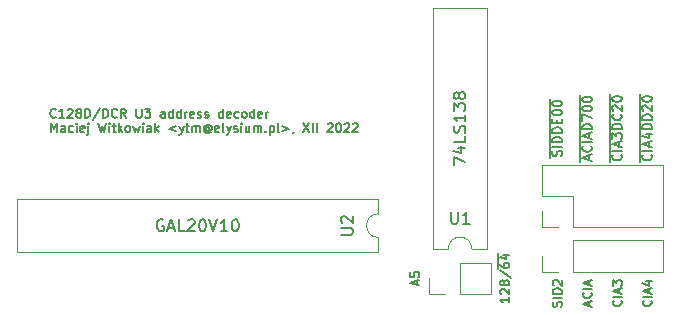
<source format=gto>
G04 #@! TF.GenerationSoftware,KiCad,Pcbnew,(6.0.5)*
G04 #@! TF.CreationDate,2022-12-14T22:41:45+01:00*
G04 #@! TF.ProjectId,c128-u3-gal,63313238-2d75-4332-9d67-616c2e6b6963,1*
G04 #@! TF.SameCoordinates,Original*
G04 #@! TF.FileFunction,Legend,Top*
G04 #@! TF.FilePolarity,Positive*
%FSLAX46Y46*%
G04 Gerber Fmt 4.6, Leading zero omitted, Abs format (unit mm)*
G04 Created by KiCad (PCBNEW (6.0.5)) date 2022-12-14 22:41:45*
%MOMM*%
%LPD*%
G01*
G04 APERTURE LIST*
%ADD10C,0.150000*%
%ADD11C,0.120000*%
%ADD12R,1.700000X1.700000*%
%ADD13O,1.700000X1.700000*%
%ADD14R,2.400000X1.600000*%
%ADD15O,2.400000X1.600000*%
%ADD16R,1.600000X2.400000*%
%ADD17O,1.600000X2.400000*%
G04 APERTURE END LIST*
D10*
X123259642Y-93009107D02*
X123223928Y-93044821D01*
X123116785Y-93080535D01*
X123045357Y-93080535D01*
X122938214Y-93044821D01*
X122866785Y-92973392D01*
X122831071Y-92901964D01*
X122795357Y-92759107D01*
X122795357Y-92651964D01*
X122831071Y-92509107D01*
X122866785Y-92437678D01*
X122938214Y-92366250D01*
X123045357Y-92330535D01*
X123116785Y-92330535D01*
X123223928Y-92366250D01*
X123259642Y-92401964D01*
X123973928Y-93080535D02*
X123545357Y-93080535D01*
X123759642Y-93080535D02*
X123759642Y-92330535D01*
X123688214Y-92437678D01*
X123616785Y-92509107D01*
X123545357Y-92544821D01*
X124259642Y-92401964D02*
X124295357Y-92366250D01*
X124366785Y-92330535D01*
X124545357Y-92330535D01*
X124616785Y-92366250D01*
X124652500Y-92401964D01*
X124688214Y-92473392D01*
X124688214Y-92544821D01*
X124652500Y-92651964D01*
X124223928Y-93080535D01*
X124688214Y-93080535D01*
X125116785Y-92651964D02*
X125045357Y-92616250D01*
X125009642Y-92580535D01*
X124973928Y-92509107D01*
X124973928Y-92473392D01*
X125009642Y-92401964D01*
X125045357Y-92366250D01*
X125116785Y-92330535D01*
X125259642Y-92330535D01*
X125331071Y-92366250D01*
X125366785Y-92401964D01*
X125402500Y-92473392D01*
X125402500Y-92509107D01*
X125366785Y-92580535D01*
X125331071Y-92616250D01*
X125259642Y-92651964D01*
X125116785Y-92651964D01*
X125045357Y-92687678D01*
X125009642Y-92723392D01*
X124973928Y-92794821D01*
X124973928Y-92937678D01*
X125009642Y-93009107D01*
X125045357Y-93044821D01*
X125116785Y-93080535D01*
X125259642Y-93080535D01*
X125331071Y-93044821D01*
X125366785Y-93009107D01*
X125402500Y-92937678D01*
X125402500Y-92794821D01*
X125366785Y-92723392D01*
X125331071Y-92687678D01*
X125259642Y-92651964D01*
X125723928Y-93080535D02*
X125723928Y-92330535D01*
X125902500Y-92330535D01*
X126009642Y-92366250D01*
X126081071Y-92437678D01*
X126116785Y-92509107D01*
X126152500Y-92651964D01*
X126152500Y-92759107D01*
X126116785Y-92901964D01*
X126081071Y-92973392D01*
X126009642Y-93044821D01*
X125902500Y-93080535D01*
X125723928Y-93080535D01*
X127009642Y-92294821D02*
X126366785Y-93259107D01*
X127259642Y-93080535D02*
X127259642Y-92330535D01*
X127438214Y-92330535D01*
X127545357Y-92366250D01*
X127616785Y-92437678D01*
X127652500Y-92509107D01*
X127688214Y-92651964D01*
X127688214Y-92759107D01*
X127652500Y-92901964D01*
X127616785Y-92973392D01*
X127545357Y-93044821D01*
X127438214Y-93080535D01*
X127259642Y-93080535D01*
X128438214Y-93009107D02*
X128402500Y-93044821D01*
X128295357Y-93080535D01*
X128223928Y-93080535D01*
X128116785Y-93044821D01*
X128045357Y-92973392D01*
X128009642Y-92901964D01*
X127973928Y-92759107D01*
X127973928Y-92651964D01*
X128009642Y-92509107D01*
X128045357Y-92437678D01*
X128116785Y-92366250D01*
X128223928Y-92330535D01*
X128295357Y-92330535D01*
X128402500Y-92366250D01*
X128438214Y-92401964D01*
X129188214Y-93080535D02*
X128938214Y-92723392D01*
X128759642Y-93080535D02*
X128759642Y-92330535D01*
X129045357Y-92330535D01*
X129116785Y-92366250D01*
X129152500Y-92401964D01*
X129188214Y-92473392D01*
X129188214Y-92580535D01*
X129152500Y-92651964D01*
X129116785Y-92687678D01*
X129045357Y-92723392D01*
X128759642Y-92723392D01*
X130081071Y-92330535D02*
X130081071Y-92937678D01*
X130116785Y-93009107D01*
X130152500Y-93044821D01*
X130223928Y-93080535D01*
X130366785Y-93080535D01*
X130438214Y-93044821D01*
X130473928Y-93009107D01*
X130509642Y-92937678D01*
X130509642Y-92330535D01*
X130795357Y-92330535D02*
X131259642Y-92330535D01*
X131009642Y-92616250D01*
X131116785Y-92616250D01*
X131188214Y-92651964D01*
X131223928Y-92687678D01*
X131259642Y-92759107D01*
X131259642Y-92937678D01*
X131223928Y-93009107D01*
X131188214Y-93044821D01*
X131116785Y-93080535D01*
X130902500Y-93080535D01*
X130831071Y-93044821D01*
X130795357Y-93009107D01*
X132473928Y-93080535D02*
X132473928Y-92687678D01*
X132438214Y-92616250D01*
X132366785Y-92580535D01*
X132223928Y-92580535D01*
X132152500Y-92616250D01*
X132473928Y-93044821D02*
X132402500Y-93080535D01*
X132223928Y-93080535D01*
X132152500Y-93044821D01*
X132116785Y-92973392D01*
X132116785Y-92901964D01*
X132152500Y-92830535D01*
X132223928Y-92794821D01*
X132402500Y-92794821D01*
X132473928Y-92759107D01*
X133152500Y-93080535D02*
X133152500Y-92330535D01*
X133152500Y-93044821D02*
X133081071Y-93080535D01*
X132938214Y-93080535D01*
X132866785Y-93044821D01*
X132831071Y-93009107D01*
X132795357Y-92937678D01*
X132795357Y-92723392D01*
X132831071Y-92651964D01*
X132866785Y-92616250D01*
X132938214Y-92580535D01*
X133081071Y-92580535D01*
X133152500Y-92616250D01*
X133831071Y-93080535D02*
X133831071Y-92330535D01*
X133831071Y-93044821D02*
X133759642Y-93080535D01*
X133616785Y-93080535D01*
X133545357Y-93044821D01*
X133509642Y-93009107D01*
X133473928Y-92937678D01*
X133473928Y-92723392D01*
X133509642Y-92651964D01*
X133545357Y-92616250D01*
X133616785Y-92580535D01*
X133759642Y-92580535D01*
X133831071Y-92616250D01*
X134188214Y-93080535D02*
X134188214Y-92580535D01*
X134188214Y-92723392D02*
X134223928Y-92651964D01*
X134259642Y-92616250D01*
X134331071Y-92580535D01*
X134402500Y-92580535D01*
X134938214Y-93044821D02*
X134866785Y-93080535D01*
X134723928Y-93080535D01*
X134652500Y-93044821D01*
X134616785Y-92973392D01*
X134616785Y-92687678D01*
X134652500Y-92616250D01*
X134723928Y-92580535D01*
X134866785Y-92580535D01*
X134938214Y-92616250D01*
X134973928Y-92687678D01*
X134973928Y-92759107D01*
X134616785Y-92830535D01*
X135259642Y-93044821D02*
X135331071Y-93080535D01*
X135473928Y-93080535D01*
X135545357Y-93044821D01*
X135581071Y-92973392D01*
X135581071Y-92937678D01*
X135545357Y-92866250D01*
X135473928Y-92830535D01*
X135366785Y-92830535D01*
X135295357Y-92794821D01*
X135259642Y-92723392D01*
X135259642Y-92687678D01*
X135295357Y-92616250D01*
X135366785Y-92580535D01*
X135473928Y-92580535D01*
X135545357Y-92616250D01*
X135866785Y-93044821D02*
X135938214Y-93080535D01*
X136081071Y-93080535D01*
X136152500Y-93044821D01*
X136188214Y-92973392D01*
X136188214Y-92937678D01*
X136152500Y-92866250D01*
X136081071Y-92830535D01*
X135973928Y-92830535D01*
X135902500Y-92794821D01*
X135866785Y-92723392D01*
X135866785Y-92687678D01*
X135902500Y-92616250D01*
X135973928Y-92580535D01*
X136081071Y-92580535D01*
X136152500Y-92616250D01*
X137402500Y-93080535D02*
X137402500Y-92330535D01*
X137402500Y-93044821D02*
X137331071Y-93080535D01*
X137188214Y-93080535D01*
X137116785Y-93044821D01*
X137081071Y-93009107D01*
X137045357Y-92937678D01*
X137045357Y-92723392D01*
X137081071Y-92651964D01*
X137116785Y-92616250D01*
X137188214Y-92580535D01*
X137331071Y-92580535D01*
X137402500Y-92616250D01*
X138045357Y-93044821D02*
X137973928Y-93080535D01*
X137831071Y-93080535D01*
X137759642Y-93044821D01*
X137723928Y-92973392D01*
X137723928Y-92687678D01*
X137759642Y-92616250D01*
X137831071Y-92580535D01*
X137973928Y-92580535D01*
X138045357Y-92616250D01*
X138081071Y-92687678D01*
X138081071Y-92759107D01*
X137723928Y-92830535D01*
X138723928Y-93044821D02*
X138652500Y-93080535D01*
X138509642Y-93080535D01*
X138438214Y-93044821D01*
X138402500Y-93009107D01*
X138366785Y-92937678D01*
X138366785Y-92723392D01*
X138402500Y-92651964D01*
X138438214Y-92616250D01*
X138509642Y-92580535D01*
X138652500Y-92580535D01*
X138723928Y-92616250D01*
X139152500Y-93080535D02*
X139081071Y-93044821D01*
X139045357Y-93009107D01*
X139009642Y-92937678D01*
X139009642Y-92723392D01*
X139045357Y-92651964D01*
X139081071Y-92616250D01*
X139152500Y-92580535D01*
X139259642Y-92580535D01*
X139331071Y-92616250D01*
X139366785Y-92651964D01*
X139402500Y-92723392D01*
X139402500Y-92937678D01*
X139366785Y-93009107D01*
X139331071Y-93044821D01*
X139259642Y-93080535D01*
X139152500Y-93080535D01*
X140045357Y-93080535D02*
X140045357Y-92330535D01*
X140045357Y-93044821D02*
X139973928Y-93080535D01*
X139831071Y-93080535D01*
X139759642Y-93044821D01*
X139723928Y-93009107D01*
X139688214Y-92937678D01*
X139688214Y-92723392D01*
X139723928Y-92651964D01*
X139759642Y-92616250D01*
X139831071Y-92580535D01*
X139973928Y-92580535D01*
X140045357Y-92616250D01*
X140688214Y-93044821D02*
X140616785Y-93080535D01*
X140473928Y-93080535D01*
X140402500Y-93044821D01*
X140366785Y-92973392D01*
X140366785Y-92687678D01*
X140402500Y-92616250D01*
X140473928Y-92580535D01*
X140616785Y-92580535D01*
X140688214Y-92616250D01*
X140723928Y-92687678D01*
X140723928Y-92759107D01*
X140366785Y-92830535D01*
X141045357Y-93080535D02*
X141045357Y-92580535D01*
X141045357Y-92723392D02*
X141081071Y-92651964D01*
X141116785Y-92616250D01*
X141188214Y-92580535D01*
X141259642Y-92580535D01*
X122831071Y-94288035D02*
X122831071Y-93538035D01*
X123081071Y-94073750D01*
X123331071Y-93538035D01*
X123331071Y-94288035D01*
X124009642Y-94288035D02*
X124009642Y-93895178D01*
X123973928Y-93823750D01*
X123902500Y-93788035D01*
X123759642Y-93788035D01*
X123688214Y-93823750D01*
X124009642Y-94252321D02*
X123938214Y-94288035D01*
X123759642Y-94288035D01*
X123688214Y-94252321D01*
X123652500Y-94180892D01*
X123652500Y-94109464D01*
X123688214Y-94038035D01*
X123759642Y-94002321D01*
X123938214Y-94002321D01*
X124009642Y-93966607D01*
X124688214Y-94252321D02*
X124616785Y-94288035D01*
X124473928Y-94288035D01*
X124402500Y-94252321D01*
X124366785Y-94216607D01*
X124331071Y-94145178D01*
X124331071Y-93930892D01*
X124366785Y-93859464D01*
X124402500Y-93823750D01*
X124473928Y-93788035D01*
X124616785Y-93788035D01*
X124688214Y-93823750D01*
X125009642Y-94288035D02*
X125009642Y-93788035D01*
X125009642Y-93538035D02*
X124973928Y-93573750D01*
X125009642Y-93609464D01*
X125045357Y-93573750D01*
X125009642Y-93538035D01*
X125009642Y-93609464D01*
X125652500Y-94252321D02*
X125581071Y-94288035D01*
X125438214Y-94288035D01*
X125366785Y-94252321D01*
X125331071Y-94180892D01*
X125331071Y-93895178D01*
X125366785Y-93823750D01*
X125438214Y-93788035D01*
X125581071Y-93788035D01*
X125652500Y-93823750D01*
X125688214Y-93895178D01*
X125688214Y-93966607D01*
X125331071Y-94038035D01*
X126009642Y-93788035D02*
X126009642Y-94430892D01*
X125973928Y-94502321D01*
X125902500Y-94538035D01*
X125866785Y-94538035D01*
X126009642Y-93538035D02*
X125973928Y-93573750D01*
X126009642Y-93609464D01*
X126045357Y-93573750D01*
X126009642Y-93538035D01*
X126009642Y-93609464D01*
X126866785Y-93538035D02*
X127045357Y-94288035D01*
X127188214Y-93752321D01*
X127331071Y-94288035D01*
X127509642Y-93538035D01*
X127795357Y-94288035D02*
X127795357Y-93788035D01*
X127795357Y-93538035D02*
X127759642Y-93573750D01*
X127795357Y-93609464D01*
X127831071Y-93573750D01*
X127795357Y-93538035D01*
X127795357Y-93609464D01*
X128045357Y-93788035D02*
X128331071Y-93788035D01*
X128152500Y-93538035D02*
X128152500Y-94180892D01*
X128188214Y-94252321D01*
X128259642Y-94288035D01*
X128331071Y-94288035D01*
X128581071Y-94288035D02*
X128581071Y-93538035D01*
X128652500Y-94002321D02*
X128866785Y-94288035D01*
X128866785Y-93788035D02*
X128581071Y-94073750D01*
X129295357Y-94288035D02*
X129223928Y-94252321D01*
X129188214Y-94216607D01*
X129152500Y-94145178D01*
X129152500Y-93930892D01*
X129188214Y-93859464D01*
X129223928Y-93823750D01*
X129295357Y-93788035D01*
X129402500Y-93788035D01*
X129473928Y-93823750D01*
X129509642Y-93859464D01*
X129545357Y-93930892D01*
X129545357Y-94145178D01*
X129509642Y-94216607D01*
X129473928Y-94252321D01*
X129402500Y-94288035D01*
X129295357Y-94288035D01*
X129795357Y-93788035D02*
X129938214Y-94288035D01*
X130081071Y-93930892D01*
X130223928Y-94288035D01*
X130366785Y-93788035D01*
X130652500Y-94288035D02*
X130652500Y-93788035D01*
X130652500Y-93538035D02*
X130616785Y-93573750D01*
X130652500Y-93609464D01*
X130688214Y-93573750D01*
X130652500Y-93538035D01*
X130652500Y-93609464D01*
X131331071Y-94288035D02*
X131331071Y-93895178D01*
X131295357Y-93823750D01*
X131223928Y-93788035D01*
X131081071Y-93788035D01*
X131009642Y-93823750D01*
X131331071Y-94252321D02*
X131259642Y-94288035D01*
X131081071Y-94288035D01*
X131009642Y-94252321D01*
X130973928Y-94180892D01*
X130973928Y-94109464D01*
X131009642Y-94038035D01*
X131081071Y-94002321D01*
X131259642Y-94002321D01*
X131331071Y-93966607D01*
X131688214Y-94288035D02*
X131688214Y-93538035D01*
X131759642Y-94002321D02*
X131973928Y-94288035D01*
X131973928Y-93788035D02*
X131688214Y-94073750D01*
X133438214Y-93788035D02*
X132866785Y-94002321D01*
X133438214Y-94216607D01*
X133723928Y-93788035D02*
X133902500Y-94288035D01*
X134081071Y-93788035D02*
X133902500Y-94288035D01*
X133831071Y-94466607D01*
X133795357Y-94502321D01*
X133723928Y-94538035D01*
X134259642Y-93788035D02*
X134545357Y-93788035D01*
X134366785Y-93538035D02*
X134366785Y-94180892D01*
X134402500Y-94252321D01*
X134473928Y-94288035D01*
X134545357Y-94288035D01*
X134795357Y-94288035D02*
X134795357Y-93788035D01*
X134795357Y-93859464D02*
X134831071Y-93823750D01*
X134902500Y-93788035D01*
X135009642Y-93788035D01*
X135081071Y-93823750D01*
X135116785Y-93895178D01*
X135116785Y-94288035D01*
X135116785Y-93895178D02*
X135152500Y-93823750D01*
X135223928Y-93788035D01*
X135331071Y-93788035D01*
X135402500Y-93823750D01*
X135438214Y-93895178D01*
X135438214Y-94288035D01*
X136259642Y-93930892D02*
X136223928Y-93895178D01*
X136152500Y-93859464D01*
X136081071Y-93859464D01*
X136009642Y-93895178D01*
X135973928Y-93930892D01*
X135938214Y-94002321D01*
X135938214Y-94073750D01*
X135973928Y-94145178D01*
X136009642Y-94180892D01*
X136081071Y-94216607D01*
X136152500Y-94216607D01*
X136223928Y-94180892D01*
X136259642Y-94145178D01*
X136259642Y-93859464D02*
X136259642Y-94145178D01*
X136295357Y-94180892D01*
X136331071Y-94180892D01*
X136402500Y-94145178D01*
X136438214Y-94073750D01*
X136438214Y-93895178D01*
X136366785Y-93788035D01*
X136259642Y-93716607D01*
X136116785Y-93680892D01*
X135973928Y-93716607D01*
X135866785Y-93788035D01*
X135795357Y-93895178D01*
X135759642Y-94038035D01*
X135795357Y-94180892D01*
X135866785Y-94288035D01*
X135973928Y-94359464D01*
X136116785Y-94395178D01*
X136259642Y-94359464D01*
X136366785Y-94288035D01*
X137045357Y-94252321D02*
X136973928Y-94288035D01*
X136831071Y-94288035D01*
X136759642Y-94252321D01*
X136723928Y-94180892D01*
X136723928Y-93895178D01*
X136759642Y-93823750D01*
X136831071Y-93788035D01*
X136973928Y-93788035D01*
X137045357Y-93823750D01*
X137081071Y-93895178D01*
X137081071Y-93966607D01*
X136723928Y-94038035D01*
X137509642Y-94288035D02*
X137438214Y-94252321D01*
X137402500Y-94180892D01*
X137402500Y-93538035D01*
X137723928Y-93788035D02*
X137902500Y-94288035D01*
X138081071Y-93788035D02*
X137902500Y-94288035D01*
X137831071Y-94466607D01*
X137795357Y-94502321D01*
X137723928Y-94538035D01*
X138331071Y-94252321D02*
X138402500Y-94288035D01*
X138545357Y-94288035D01*
X138616785Y-94252321D01*
X138652500Y-94180892D01*
X138652500Y-94145178D01*
X138616785Y-94073750D01*
X138545357Y-94038035D01*
X138438214Y-94038035D01*
X138366785Y-94002321D01*
X138331071Y-93930892D01*
X138331071Y-93895178D01*
X138366785Y-93823750D01*
X138438214Y-93788035D01*
X138545357Y-93788035D01*
X138616785Y-93823750D01*
X138973928Y-94288035D02*
X138973928Y-93788035D01*
X138973928Y-93538035D02*
X138938214Y-93573750D01*
X138973928Y-93609464D01*
X139009642Y-93573750D01*
X138973928Y-93538035D01*
X138973928Y-93609464D01*
X139652500Y-93788035D02*
X139652500Y-94288035D01*
X139331071Y-93788035D02*
X139331071Y-94180892D01*
X139366785Y-94252321D01*
X139438214Y-94288035D01*
X139545357Y-94288035D01*
X139616785Y-94252321D01*
X139652500Y-94216607D01*
X140009642Y-94288035D02*
X140009642Y-93788035D01*
X140009642Y-93859464D02*
X140045357Y-93823750D01*
X140116785Y-93788035D01*
X140223928Y-93788035D01*
X140295357Y-93823750D01*
X140331071Y-93895178D01*
X140331071Y-94288035D01*
X140331071Y-93895178D02*
X140366785Y-93823750D01*
X140438214Y-93788035D01*
X140545357Y-93788035D01*
X140616785Y-93823750D01*
X140652500Y-93895178D01*
X140652500Y-94288035D01*
X141009642Y-94216607D02*
X141045357Y-94252321D01*
X141009642Y-94288035D01*
X140973928Y-94252321D01*
X141009642Y-94216607D01*
X141009642Y-94288035D01*
X141366785Y-93788035D02*
X141366785Y-94538035D01*
X141366785Y-93823750D02*
X141438214Y-93788035D01*
X141581071Y-93788035D01*
X141652500Y-93823750D01*
X141688214Y-93859464D01*
X141723928Y-93930892D01*
X141723928Y-94145178D01*
X141688214Y-94216607D01*
X141652500Y-94252321D01*
X141581071Y-94288035D01*
X141438214Y-94288035D01*
X141366785Y-94252321D01*
X142152500Y-94288035D02*
X142081071Y-94252321D01*
X142045357Y-94180892D01*
X142045357Y-93538035D01*
X142438214Y-93788035D02*
X143009642Y-94002321D01*
X142438214Y-94216607D01*
X143402500Y-94252321D02*
X143402500Y-94288035D01*
X143366785Y-94359464D01*
X143331071Y-94395178D01*
X144223928Y-93538035D02*
X144723928Y-94288035D01*
X144723928Y-93538035D02*
X144223928Y-94288035D01*
X145009642Y-94288035D02*
X145009642Y-93538035D01*
X145366785Y-94288035D02*
X145366785Y-93538035D01*
X146259642Y-93609464D02*
X146295357Y-93573750D01*
X146366785Y-93538035D01*
X146545357Y-93538035D01*
X146616785Y-93573750D01*
X146652500Y-93609464D01*
X146688214Y-93680892D01*
X146688214Y-93752321D01*
X146652500Y-93859464D01*
X146223928Y-94288035D01*
X146688214Y-94288035D01*
X147152500Y-93538035D02*
X147223928Y-93538035D01*
X147295357Y-93573750D01*
X147331071Y-93609464D01*
X147366785Y-93680892D01*
X147402500Y-93823750D01*
X147402500Y-94002321D01*
X147366785Y-94145178D01*
X147331071Y-94216607D01*
X147295357Y-94252321D01*
X147223928Y-94288035D01*
X147152500Y-94288035D01*
X147081071Y-94252321D01*
X147045357Y-94216607D01*
X147009642Y-94145178D01*
X146973928Y-94002321D01*
X146973928Y-93823750D01*
X147009642Y-93680892D01*
X147045357Y-93609464D01*
X147081071Y-93573750D01*
X147152500Y-93538035D01*
X147688214Y-93609464D02*
X147723928Y-93573750D01*
X147795357Y-93538035D01*
X147973928Y-93538035D01*
X148045357Y-93573750D01*
X148081071Y-93609464D01*
X148116785Y-93680892D01*
X148116785Y-93752321D01*
X148081071Y-93859464D01*
X147652500Y-94288035D01*
X148116785Y-94288035D01*
X148402500Y-93609464D02*
X148438214Y-93573750D01*
X148509642Y-93538035D01*
X148688214Y-93538035D01*
X148759642Y-93573750D01*
X148795357Y-93609464D01*
X148831071Y-93680892D01*
X148831071Y-93752321D01*
X148795357Y-93859464D01*
X148366785Y-94288035D01*
X148831071Y-94288035D01*
X171082857Y-108575000D02*
X171118571Y-108610714D01*
X171154285Y-108717857D01*
X171154285Y-108789285D01*
X171118571Y-108896428D01*
X171047142Y-108967857D01*
X170975714Y-109003571D01*
X170832857Y-109039285D01*
X170725714Y-109039285D01*
X170582857Y-109003571D01*
X170511428Y-108967857D01*
X170440000Y-108896428D01*
X170404285Y-108789285D01*
X170404285Y-108717857D01*
X170440000Y-108610714D01*
X170475714Y-108575000D01*
X171154285Y-108253571D02*
X170404285Y-108253571D01*
X170940000Y-107932142D02*
X170940000Y-107575000D01*
X171154285Y-108003571D02*
X170404285Y-107753571D01*
X171154285Y-107503571D01*
X170404285Y-107325000D02*
X170404285Y-106860714D01*
X170690000Y-107110714D01*
X170690000Y-107003571D01*
X170725714Y-106932142D01*
X170761428Y-106896428D01*
X170832857Y-106860714D01*
X171011428Y-106860714D01*
X171082857Y-106896428D01*
X171118571Y-106932142D01*
X171154285Y-107003571D01*
X171154285Y-107217857D01*
X171118571Y-107289285D01*
X171082857Y-107325000D01*
X170151000Y-96856190D02*
X170151000Y-96056190D01*
X171100714Y-96208571D02*
X171138809Y-96246666D01*
X171176904Y-96360952D01*
X171176904Y-96437142D01*
X171138809Y-96551428D01*
X171062619Y-96627619D01*
X170986428Y-96665714D01*
X170834047Y-96703809D01*
X170719761Y-96703809D01*
X170567380Y-96665714D01*
X170491190Y-96627619D01*
X170415000Y-96551428D01*
X170376904Y-96437142D01*
X170376904Y-96360952D01*
X170415000Y-96246666D01*
X170453095Y-96208571D01*
X170151000Y-96056190D02*
X170151000Y-95675238D01*
X171176904Y-95865714D02*
X170376904Y-95865714D01*
X170151000Y-95675238D02*
X170151000Y-94989523D01*
X170948333Y-95522857D02*
X170948333Y-95141904D01*
X171176904Y-95599047D02*
X170376904Y-95332380D01*
X171176904Y-95065714D01*
X170151000Y-94989523D02*
X170151000Y-94227619D01*
X170376904Y-94875238D02*
X170376904Y-94380000D01*
X170681666Y-94646666D01*
X170681666Y-94532380D01*
X170719761Y-94456190D01*
X170757857Y-94418095D01*
X170834047Y-94380000D01*
X171024523Y-94380000D01*
X171100714Y-94418095D01*
X171138809Y-94456190D01*
X171176904Y-94532380D01*
X171176904Y-94760952D01*
X171138809Y-94837142D01*
X171100714Y-94875238D01*
X170151000Y-94227619D02*
X170151000Y-93427619D01*
X171176904Y-94037142D02*
X170376904Y-94037142D01*
X170376904Y-93846666D01*
X170415000Y-93732380D01*
X170491190Y-93656190D01*
X170567380Y-93618095D01*
X170719761Y-93580000D01*
X170834047Y-93580000D01*
X170986428Y-93618095D01*
X171062619Y-93656190D01*
X171138809Y-93732380D01*
X171176904Y-93846666D01*
X171176904Y-94037142D01*
X170151000Y-93427619D02*
X170151000Y-92627619D01*
X171100714Y-92780000D02*
X171138809Y-92818095D01*
X171176904Y-92932380D01*
X171176904Y-93008571D01*
X171138809Y-93122857D01*
X171062619Y-93199047D01*
X170986428Y-93237142D01*
X170834047Y-93275238D01*
X170719761Y-93275238D01*
X170567380Y-93237142D01*
X170491190Y-93199047D01*
X170415000Y-93122857D01*
X170376904Y-93008571D01*
X170376904Y-92932380D01*
X170415000Y-92818095D01*
X170453095Y-92780000D01*
X170151000Y-92627619D02*
X170151000Y-91865714D01*
X170453095Y-92475238D02*
X170415000Y-92437142D01*
X170376904Y-92360952D01*
X170376904Y-92170476D01*
X170415000Y-92094285D01*
X170453095Y-92056190D01*
X170529285Y-92018095D01*
X170605476Y-92018095D01*
X170719761Y-92056190D01*
X171176904Y-92513333D01*
X171176904Y-92018095D01*
X170151000Y-91865714D02*
X170151000Y-91103809D01*
X170376904Y-91522857D02*
X170376904Y-91446666D01*
X170415000Y-91370476D01*
X170453095Y-91332380D01*
X170529285Y-91294285D01*
X170681666Y-91256190D01*
X170872142Y-91256190D01*
X171024523Y-91294285D01*
X171100714Y-91332380D01*
X171138809Y-91370476D01*
X171176904Y-91446666D01*
X171176904Y-91522857D01*
X171138809Y-91599047D01*
X171100714Y-91637142D01*
X171024523Y-91675238D01*
X170872142Y-91713333D01*
X170681666Y-91713333D01*
X170529285Y-91675238D01*
X170453095Y-91637142D01*
X170415000Y-91599047D01*
X170376904Y-91522857D01*
X167611000Y-96799047D02*
X167611000Y-96113333D01*
X168408333Y-96646666D02*
X168408333Y-96265714D01*
X168636904Y-96722857D02*
X167836904Y-96456190D01*
X168636904Y-96189523D01*
X167611000Y-96113333D02*
X167611000Y-95313333D01*
X168560714Y-95465714D02*
X168598809Y-95503809D01*
X168636904Y-95618095D01*
X168636904Y-95694285D01*
X168598809Y-95808571D01*
X168522619Y-95884761D01*
X168446428Y-95922857D01*
X168294047Y-95960952D01*
X168179761Y-95960952D01*
X168027380Y-95922857D01*
X167951190Y-95884761D01*
X167875000Y-95808571D01*
X167836904Y-95694285D01*
X167836904Y-95618095D01*
X167875000Y-95503809D01*
X167913095Y-95465714D01*
X167611000Y-95313333D02*
X167611000Y-94932380D01*
X168636904Y-95122857D02*
X167836904Y-95122857D01*
X167611000Y-94932380D02*
X167611000Y-94246666D01*
X168408333Y-94780000D02*
X168408333Y-94399047D01*
X168636904Y-94856190D02*
X167836904Y-94589523D01*
X168636904Y-94322857D01*
X167611000Y-94246666D02*
X167611000Y-93446666D01*
X168636904Y-94056190D02*
X167836904Y-94056190D01*
X167836904Y-93865714D01*
X167875000Y-93751428D01*
X167951190Y-93675238D01*
X168027380Y-93637142D01*
X168179761Y-93599047D01*
X168294047Y-93599047D01*
X168446428Y-93637142D01*
X168522619Y-93675238D01*
X168598809Y-93751428D01*
X168636904Y-93865714D01*
X168636904Y-94056190D01*
X167611000Y-93446666D02*
X167611000Y-92684761D01*
X167836904Y-93332380D02*
X167836904Y-92799047D01*
X168636904Y-93141904D01*
X167611000Y-92684761D02*
X167611000Y-91922857D01*
X167836904Y-92341904D02*
X167836904Y-92265714D01*
X167875000Y-92189523D01*
X167913095Y-92151428D01*
X167989285Y-92113333D01*
X168141666Y-92075238D01*
X168332142Y-92075238D01*
X168484523Y-92113333D01*
X168560714Y-92151428D01*
X168598809Y-92189523D01*
X168636904Y-92265714D01*
X168636904Y-92341904D01*
X168598809Y-92418095D01*
X168560714Y-92456190D01*
X168484523Y-92494285D01*
X168332142Y-92532380D01*
X168141666Y-92532380D01*
X167989285Y-92494285D01*
X167913095Y-92456190D01*
X167875000Y-92418095D01*
X167836904Y-92341904D01*
X167611000Y-91922857D02*
X167611000Y-91160952D01*
X167836904Y-91580000D02*
X167836904Y-91503809D01*
X167875000Y-91427619D01*
X167913095Y-91389523D01*
X167989285Y-91351428D01*
X168141666Y-91313333D01*
X168332142Y-91313333D01*
X168484523Y-91351428D01*
X168560714Y-91389523D01*
X168598809Y-91427619D01*
X168636904Y-91503809D01*
X168636904Y-91580000D01*
X168598809Y-91656190D01*
X168560714Y-91694285D01*
X168484523Y-91732380D01*
X168332142Y-91770476D01*
X168141666Y-91770476D01*
X167989285Y-91732380D01*
X167913095Y-91694285D01*
X167875000Y-91656190D01*
X167836904Y-91580000D01*
X173622857Y-108575000D02*
X173658571Y-108610714D01*
X173694285Y-108717857D01*
X173694285Y-108789285D01*
X173658571Y-108896428D01*
X173587142Y-108967857D01*
X173515714Y-109003571D01*
X173372857Y-109039285D01*
X173265714Y-109039285D01*
X173122857Y-109003571D01*
X173051428Y-108967857D01*
X172980000Y-108896428D01*
X172944285Y-108789285D01*
X172944285Y-108717857D01*
X172980000Y-108610714D01*
X173015714Y-108575000D01*
X173694285Y-108253571D02*
X172944285Y-108253571D01*
X173480000Y-107932142D02*
X173480000Y-107575000D01*
X173694285Y-108003571D02*
X172944285Y-107753571D01*
X173694285Y-107503571D01*
X173194285Y-106932142D02*
X173694285Y-106932142D01*
X172908571Y-107110714D02*
X173444285Y-107289285D01*
X173444285Y-106825000D01*
X172691000Y-96856190D02*
X172691000Y-96056190D01*
X173640714Y-96208571D02*
X173678809Y-96246666D01*
X173716904Y-96360952D01*
X173716904Y-96437142D01*
X173678809Y-96551428D01*
X173602619Y-96627619D01*
X173526428Y-96665714D01*
X173374047Y-96703809D01*
X173259761Y-96703809D01*
X173107380Y-96665714D01*
X173031190Y-96627619D01*
X172955000Y-96551428D01*
X172916904Y-96437142D01*
X172916904Y-96360952D01*
X172955000Y-96246666D01*
X172993095Y-96208571D01*
X172691000Y-96056190D02*
X172691000Y-95675238D01*
X173716904Y-95865714D02*
X172916904Y-95865714D01*
X172691000Y-95675238D02*
X172691000Y-94989523D01*
X173488333Y-95522857D02*
X173488333Y-95141904D01*
X173716904Y-95599047D02*
X172916904Y-95332380D01*
X173716904Y-95065714D01*
X172691000Y-94989523D02*
X172691000Y-94227619D01*
X173183571Y-94456190D02*
X173716904Y-94456190D01*
X172878809Y-94646666D02*
X173450238Y-94837142D01*
X173450238Y-94341904D01*
X172691000Y-94227619D02*
X172691000Y-93427619D01*
X173716904Y-94037142D02*
X172916904Y-94037142D01*
X172916904Y-93846666D01*
X172955000Y-93732380D01*
X173031190Y-93656190D01*
X173107380Y-93618095D01*
X173259761Y-93580000D01*
X173374047Y-93580000D01*
X173526428Y-93618095D01*
X173602619Y-93656190D01*
X173678809Y-93732380D01*
X173716904Y-93846666D01*
X173716904Y-94037142D01*
X172691000Y-93427619D02*
X172691000Y-92627619D01*
X173716904Y-93237142D02*
X172916904Y-93237142D01*
X172916904Y-93046666D01*
X172955000Y-92932380D01*
X173031190Y-92856190D01*
X173107380Y-92818095D01*
X173259761Y-92780000D01*
X173374047Y-92780000D01*
X173526428Y-92818095D01*
X173602619Y-92856190D01*
X173678809Y-92932380D01*
X173716904Y-93046666D01*
X173716904Y-93237142D01*
X172691000Y-92627619D02*
X172691000Y-91865714D01*
X172993095Y-92475238D02*
X172955000Y-92437142D01*
X172916904Y-92360952D01*
X172916904Y-92170476D01*
X172955000Y-92094285D01*
X172993095Y-92056190D01*
X173069285Y-92018095D01*
X173145476Y-92018095D01*
X173259761Y-92056190D01*
X173716904Y-92513333D01*
X173716904Y-92018095D01*
X172691000Y-91865714D02*
X172691000Y-91103809D01*
X172916904Y-91522857D02*
X172916904Y-91446666D01*
X172955000Y-91370476D01*
X172993095Y-91332380D01*
X173069285Y-91294285D01*
X173221666Y-91256190D01*
X173412142Y-91256190D01*
X173564523Y-91294285D01*
X173640714Y-91332380D01*
X173678809Y-91370476D01*
X173716904Y-91446666D01*
X173716904Y-91522857D01*
X173678809Y-91599047D01*
X173640714Y-91637142D01*
X173564523Y-91675238D01*
X173412142Y-91713333D01*
X173221666Y-91713333D01*
X173069285Y-91675238D01*
X172993095Y-91637142D01*
X172955000Y-91599047D01*
X172916904Y-91522857D01*
X166038571Y-109075000D02*
X166074285Y-108967857D01*
X166074285Y-108789285D01*
X166038571Y-108717857D01*
X166002857Y-108682142D01*
X165931428Y-108646428D01*
X165860000Y-108646428D01*
X165788571Y-108682142D01*
X165752857Y-108717857D01*
X165717142Y-108789285D01*
X165681428Y-108932142D01*
X165645714Y-109003571D01*
X165610000Y-109039285D01*
X165538571Y-109075000D01*
X165467142Y-109075000D01*
X165395714Y-109039285D01*
X165360000Y-109003571D01*
X165324285Y-108932142D01*
X165324285Y-108753571D01*
X165360000Y-108646428D01*
X166074285Y-108325000D02*
X165324285Y-108325000D01*
X166074285Y-107967857D02*
X165324285Y-107967857D01*
X165324285Y-107789285D01*
X165360000Y-107682142D01*
X165431428Y-107610714D01*
X165502857Y-107575000D01*
X165645714Y-107539285D01*
X165752857Y-107539285D01*
X165895714Y-107575000D01*
X165967142Y-107610714D01*
X166038571Y-107682142D01*
X166074285Y-107789285D01*
X166074285Y-107967857D01*
X165395714Y-107253571D02*
X165360000Y-107217857D01*
X165324285Y-107146428D01*
X165324285Y-106967857D01*
X165360000Y-106896428D01*
X165395714Y-106860714D01*
X165467142Y-106825000D01*
X165538571Y-106825000D01*
X165645714Y-106860714D01*
X166074285Y-107289285D01*
X166074285Y-106825000D01*
X165071000Y-96475238D02*
X165071000Y-95713333D01*
X166058809Y-96322857D02*
X166096904Y-96208571D01*
X166096904Y-96018095D01*
X166058809Y-95941904D01*
X166020714Y-95903809D01*
X165944523Y-95865714D01*
X165868333Y-95865714D01*
X165792142Y-95903809D01*
X165754047Y-95941904D01*
X165715952Y-96018095D01*
X165677857Y-96170476D01*
X165639761Y-96246666D01*
X165601666Y-96284761D01*
X165525476Y-96322857D01*
X165449285Y-96322857D01*
X165373095Y-96284761D01*
X165335000Y-96246666D01*
X165296904Y-96170476D01*
X165296904Y-95980000D01*
X165335000Y-95865714D01*
X165071000Y-95713333D02*
X165071000Y-95332380D01*
X166096904Y-95522857D02*
X165296904Y-95522857D01*
X165071000Y-95332380D02*
X165071000Y-94532380D01*
X166096904Y-95141904D02*
X165296904Y-95141904D01*
X165296904Y-94951428D01*
X165335000Y-94837142D01*
X165411190Y-94760952D01*
X165487380Y-94722857D01*
X165639761Y-94684761D01*
X165754047Y-94684761D01*
X165906428Y-94722857D01*
X165982619Y-94760952D01*
X166058809Y-94837142D01*
X166096904Y-94951428D01*
X166096904Y-95141904D01*
X165071000Y-94532380D02*
X165071000Y-93732380D01*
X166096904Y-94341904D02*
X165296904Y-94341904D01*
X165296904Y-94151428D01*
X165335000Y-94037142D01*
X165411190Y-93960952D01*
X165487380Y-93922857D01*
X165639761Y-93884761D01*
X165754047Y-93884761D01*
X165906428Y-93922857D01*
X165982619Y-93960952D01*
X166058809Y-94037142D01*
X166096904Y-94151428D01*
X166096904Y-94341904D01*
X165071000Y-93732380D02*
X165071000Y-93008571D01*
X165677857Y-93541904D02*
X165677857Y-93275238D01*
X166096904Y-93160952D02*
X166096904Y-93541904D01*
X165296904Y-93541904D01*
X165296904Y-93160952D01*
X165071000Y-93008571D02*
X165071000Y-92246666D01*
X165296904Y-92665714D02*
X165296904Y-92589523D01*
X165335000Y-92513333D01*
X165373095Y-92475238D01*
X165449285Y-92437142D01*
X165601666Y-92399047D01*
X165792142Y-92399047D01*
X165944523Y-92437142D01*
X166020714Y-92475238D01*
X166058809Y-92513333D01*
X166096904Y-92589523D01*
X166096904Y-92665714D01*
X166058809Y-92741904D01*
X166020714Y-92780000D01*
X165944523Y-92818095D01*
X165792142Y-92856190D01*
X165601666Y-92856190D01*
X165449285Y-92818095D01*
X165373095Y-92780000D01*
X165335000Y-92741904D01*
X165296904Y-92665714D01*
X165071000Y-92246666D02*
X165071000Y-91484761D01*
X165296904Y-91903809D02*
X165296904Y-91827619D01*
X165335000Y-91751428D01*
X165373095Y-91713333D01*
X165449285Y-91675238D01*
X165601666Y-91637142D01*
X165792142Y-91637142D01*
X165944523Y-91675238D01*
X166020714Y-91713333D01*
X166058809Y-91751428D01*
X166096904Y-91827619D01*
X166096904Y-91903809D01*
X166058809Y-91980000D01*
X166020714Y-92018095D01*
X165944523Y-92056190D01*
X165792142Y-92094285D01*
X165601666Y-92094285D01*
X165449285Y-92056190D01*
X165373095Y-92018095D01*
X165335000Y-91980000D01*
X165296904Y-91903809D01*
X168400000Y-109003571D02*
X168400000Y-108646428D01*
X168614285Y-109075000D02*
X167864285Y-108825000D01*
X168614285Y-108575000D01*
X168542857Y-107896428D02*
X168578571Y-107932142D01*
X168614285Y-108039285D01*
X168614285Y-108110714D01*
X168578571Y-108217857D01*
X168507142Y-108289285D01*
X168435714Y-108325000D01*
X168292857Y-108360714D01*
X168185714Y-108360714D01*
X168042857Y-108325000D01*
X167971428Y-108289285D01*
X167900000Y-108217857D01*
X167864285Y-108110714D01*
X167864285Y-108039285D01*
X167900000Y-107932142D01*
X167935714Y-107896428D01*
X168614285Y-107575000D02*
X167864285Y-107575000D01*
X168400000Y-107253571D02*
X168400000Y-106896428D01*
X168614285Y-107325000D02*
X167864285Y-107075000D01*
X168614285Y-106825000D01*
X161629285Y-108287142D02*
X161629285Y-108715714D01*
X161629285Y-108501428D02*
X160879285Y-108501428D01*
X160986428Y-108572857D01*
X161057857Y-108644285D01*
X161093571Y-108715714D01*
X160950714Y-108001428D02*
X160915000Y-107965714D01*
X160879285Y-107894285D01*
X160879285Y-107715714D01*
X160915000Y-107644285D01*
X160950714Y-107608571D01*
X161022142Y-107572857D01*
X161093571Y-107572857D01*
X161200714Y-107608571D01*
X161629285Y-108037142D01*
X161629285Y-107572857D01*
X161200714Y-107144285D02*
X161165000Y-107215714D01*
X161129285Y-107251428D01*
X161057857Y-107287142D01*
X161022142Y-107287142D01*
X160950714Y-107251428D01*
X160915000Y-107215714D01*
X160879285Y-107144285D01*
X160879285Y-107001428D01*
X160915000Y-106930000D01*
X160950714Y-106894285D01*
X161022142Y-106858571D01*
X161057857Y-106858571D01*
X161129285Y-106894285D01*
X161165000Y-106930000D01*
X161200714Y-107001428D01*
X161200714Y-107144285D01*
X161236428Y-107215714D01*
X161272142Y-107251428D01*
X161343571Y-107287142D01*
X161486428Y-107287142D01*
X161557857Y-107251428D01*
X161593571Y-107215714D01*
X161629285Y-107144285D01*
X161629285Y-107001428D01*
X161593571Y-106930000D01*
X161557857Y-106894285D01*
X161486428Y-106858571D01*
X161343571Y-106858571D01*
X161272142Y-106894285D01*
X161236428Y-106930000D01*
X161200714Y-107001428D01*
X160843571Y-106001428D02*
X161807857Y-106644285D01*
X160667500Y-105930000D02*
X160667500Y-105215714D01*
X160879285Y-105430000D02*
X160879285Y-105572857D01*
X160915000Y-105644285D01*
X160950714Y-105680000D01*
X161057857Y-105751428D01*
X161200714Y-105787142D01*
X161486428Y-105787142D01*
X161557857Y-105751428D01*
X161593571Y-105715714D01*
X161629285Y-105644285D01*
X161629285Y-105501428D01*
X161593571Y-105430000D01*
X161557857Y-105394285D01*
X161486428Y-105358571D01*
X161307857Y-105358571D01*
X161236428Y-105394285D01*
X161200714Y-105430000D01*
X161165000Y-105501428D01*
X161165000Y-105644285D01*
X161200714Y-105715714D01*
X161236428Y-105751428D01*
X161307857Y-105787142D01*
X160667500Y-105215714D02*
X160667500Y-104501428D01*
X161129285Y-104715714D02*
X161629285Y-104715714D01*
X160843571Y-104894285D02*
X161379285Y-105072857D01*
X161379285Y-104608571D01*
X153795000Y-107215714D02*
X153795000Y-106858571D01*
X154009285Y-107287142D02*
X153259285Y-107037142D01*
X154009285Y-106787142D01*
X153259285Y-106180000D02*
X153259285Y-106537142D01*
X153616428Y-106572857D01*
X153580714Y-106537142D01*
X153545000Y-106465714D01*
X153545000Y-106287142D01*
X153580714Y-106215714D01*
X153616428Y-106180000D01*
X153687857Y-106144285D01*
X153866428Y-106144285D01*
X153937857Y-106180000D01*
X153973571Y-106215714D01*
X154009285Y-106287142D01*
X154009285Y-106465714D01*
X153973571Y-106537142D01*
X153937857Y-106572857D01*
X156718095Y-101052380D02*
X156718095Y-101861904D01*
X156765714Y-101957142D01*
X156813333Y-102004761D01*
X156908571Y-102052380D01*
X157099047Y-102052380D01*
X157194285Y-102004761D01*
X157241904Y-101957142D01*
X157289523Y-101861904D01*
X157289523Y-101052380D01*
X158289523Y-102052380D02*
X157718095Y-102052380D01*
X158003809Y-102052380D02*
X158003809Y-101052380D01*
X157908571Y-101195238D01*
X157813333Y-101290476D01*
X157718095Y-101338095D01*
X156932380Y-97099047D02*
X156932380Y-96432380D01*
X157932380Y-96860952D01*
X157265714Y-95622857D02*
X157932380Y-95622857D01*
X156884761Y-95860952D02*
X157599047Y-96099047D01*
X157599047Y-95480000D01*
X157932380Y-94622857D02*
X157932380Y-95099047D01*
X156932380Y-95099047D01*
X157884761Y-94337142D02*
X157932380Y-94194285D01*
X157932380Y-93956190D01*
X157884761Y-93860952D01*
X157837142Y-93813333D01*
X157741904Y-93765714D01*
X157646666Y-93765714D01*
X157551428Y-93813333D01*
X157503809Y-93860952D01*
X157456190Y-93956190D01*
X157408571Y-94146666D01*
X157360952Y-94241904D01*
X157313333Y-94289523D01*
X157218095Y-94337142D01*
X157122857Y-94337142D01*
X157027619Y-94289523D01*
X156980000Y-94241904D01*
X156932380Y-94146666D01*
X156932380Y-93908571D01*
X156980000Y-93765714D01*
X157932380Y-92813333D02*
X157932380Y-93384761D01*
X157932380Y-93099047D02*
X156932380Y-93099047D01*
X157075238Y-93194285D01*
X157170476Y-93289523D01*
X157218095Y-93384761D01*
X156932380Y-92480000D02*
X156932380Y-91860952D01*
X157313333Y-92194285D01*
X157313333Y-92051428D01*
X157360952Y-91956190D01*
X157408571Y-91908571D01*
X157503809Y-91860952D01*
X157741904Y-91860952D01*
X157837142Y-91908571D01*
X157884761Y-91956190D01*
X157932380Y-92051428D01*
X157932380Y-92337142D01*
X157884761Y-92432380D01*
X157837142Y-92480000D01*
X157360952Y-91289523D02*
X157313333Y-91384761D01*
X157265714Y-91432380D01*
X157170476Y-91480000D01*
X157122857Y-91480000D01*
X157027619Y-91432380D01*
X156980000Y-91384761D01*
X156932380Y-91289523D01*
X156932380Y-91099047D01*
X156980000Y-91003809D01*
X157027619Y-90956190D01*
X157122857Y-90908571D01*
X157170476Y-90908571D01*
X157265714Y-90956190D01*
X157313333Y-91003809D01*
X157360952Y-91099047D01*
X157360952Y-91289523D01*
X157408571Y-91384761D01*
X157456190Y-91432380D01*
X157551428Y-91480000D01*
X157741904Y-91480000D01*
X157837142Y-91432380D01*
X157884761Y-91384761D01*
X157932380Y-91289523D01*
X157932380Y-91099047D01*
X157884761Y-91003809D01*
X157837142Y-90956190D01*
X157741904Y-90908571D01*
X157551428Y-90908571D01*
X157456190Y-90956190D01*
X157408571Y-91003809D01*
X157360952Y-91099047D01*
X147407380Y-102981904D02*
X148216904Y-102981904D01*
X148312142Y-102934285D01*
X148359761Y-102886666D01*
X148407380Y-102791428D01*
X148407380Y-102600952D01*
X148359761Y-102505714D01*
X148312142Y-102458095D01*
X148216904Y-102410476D01*
X147407380Y-102410476D01*
X147502619Y-101981904D02*
X147455000Y-101934285D01*
X147407380Y-101839047D01*
X147407380Y-101600952D01*
X147455000Y-101505714D01*
X147502619Y-101458095D01*
X147597857Y-101410476D01*
X147693095Y-101410476D01*
X147835952Y-101458095D01*
X148407380Y-102029523D01*
X148407380Y-101410476D01*
X132350238Y-101735000D02*
X132255000Y-101687380D01*
X132112142Y-101687380D01*
X131969285Y-101735000D01*
X131874047Y-101830238D01*
X131826428Y-101925476D01*
X131778809Y-102115952D01*
X131778809Y-102258809D01*
X131826428Y-102449285D01*
X131874047Y-102544523D01*
X131969285Y-102639761D01*
X132112142Y-102687380D01*
X132207380Y-102687380D01*
X132350238Y-102639761D01*
X132397857Y-102592142D01*
X132397857Y-102258809D01*
X132207380Y-102258809D01*
X132778809Y-102401666D02*
X133255000Y-102401666D01*
X132683571Y-102687380D02*
X133016904Y-101687380D01*
X133350238Y-102687380D01*
X134159761Y-102687380D02*
X133683571Y-102687380D01*
X133683571Y-101687380D01*
X134445476Y-101782619D02*
X134493095Y-101735000D01*
X134588333Y-101687380D01*
X134826428Y-101687380D01*
X134921666Y-101735000D01*
X134969285Y-101782619D01*
X135016904Y-101877857D01*
X135016904Y-101973095D01*
X134969285Y-102115952D01*
X134397857Y-102687380D01*
X135016904Y-102687380D01*
X135635952Y-101687380D02*
X135731190Y-101687380D01*
X135826428Y-101735000D01*
X135874047Y-101782619D01*
X135921666Y-101877857D01*
X135969285Y-102068333D01*
X135969285Y-102306428D01*
X135921666Y-102496904D01*
X135874047Y-102592142D01*
X135826428Y-102639761D01*
X135731190Y-102687380D01*
X135635952Y-102687380D01*
X135540714Y-102639761D01*
X135493095Y-102592142D01*
X135445476Y-102496904D01*
X135397857Y-102306428D01*
X135397857Y-102068333D01*
X135445476Y-101877857D01*
X135493095Y-101782619D01*
X135540714Y-101735000D01*
X135635952Y-101687380D01*
X136255000Y-101687380D02*
X136588333Y-102687380D01*
X136921666Y-101687380D01*
X137778809Y-102687380D02*
X137207380Y-102687380D01*
X137493095Y-102687380D02*
X137493095Y-101687380D01*
X137397857Y-101830238D01*
X137302619Y-101925476D01*
X137207380Y-101973095D01*
X138397857Y-101687380D02*
X138493095Y-101687380D01*
X138588333Y-101735000D01*
X138635952Y-101782619D01*
X138683571Y-101877857D01*
X138731190Y-102068333D01*
X138731190Y-102306428D01*
X138683571Y-102496904D01*
X138635952Y-102592142D01*
X138588333Y-102639761D01*
X138493095Y-102687380D01*
X138397857Y-102687380D01*
X138302619Y-102639761D01*
X138255000Y-102592142D01*
X138207380Y-102496904D01*
X138159761Y-102306428D01*
X138159761Y-102068333D01*
X138207380Y-101877857D01*
X138255000Y-101782619D01*
X138302619Y-101735000D01*
X138397857Y-101687380D01*
D11*
X167005000Y-103445000D02*
X174685000Y-103445000D01*
X167005000Y-106105000D02*
X174685000Y-106105000D01*
X164405000Y-106105000D02*
X164405000Y-104775000D01*
X174685000Y-106105000D02*
X174685000Y-103445000D01*
X167005000Y-106105000D02*
X167005000Y-103445000D01*
X165735000Y-106105000D02*
X164405000Y-106105000D01*
X159730000Y-83760000D02*
X155230000Y-83760000D01*
X159730000Y-104200000D02*
X159730000Y-83760000D01*
X158480000Y-104200000D02*
X159730000Y-104200000D01*
X155230000Y-104200000D02*
X156480000Y-104200000D01*
X155230000Y-83760000D02*
X155230000Y-104200000D01*
X158480000Y-104200000D02*
G75*
G03*
X156480000Y-104200000I-1000000J0D01*
G01*
X150560000Y-99970000D02*
X119960000Y-99970000D01*
X119960000Y-99970000D02*
X119960000Y-104470000D01*
X119960000Y-104470000D02*
X150560000Y-104470000D01*
X150560000Y-101220000D02*
X150560000Y-99970000D01*
X150560000Y-104470000D02*
X150560000Y-103220000D01*
X150560000Y-101220000D02*
G75*
G03*
X150560000Y-103220000I0J-1000000D01*
G01*
X154880000Y-108010000D02*
X154880000Y-106680000D01*
X157480000Y-108010000D02*
X157480000Y-105350000D01*
X157480000Y-105350000D02*
X160080000Y-105350000D01*
X156210000Y-108010000D02*
X154880000Y-108010000D01*
X157480000Y-108010000D02*
X160080000Y-108010000D01*
X160080000Y-108010000D02*
X160080000Y-105350000D01*
X167005000Y-102295000D02*
X174685000Y-102295000D01*
X165735000Y-102295000D02*
X164405000Y-102295000D01*
X174685000Y-102295000D02*
X174685000Y-97095000D01*
X164405000Y-97095000D02*
X174685000Y-97095000D01*
X164405000Y-99695000D02*
X164405000Y-97095000D01*
X164405000Y-102295000D02*
X164405000Y-100965000D01*
X167005000Y-102295000D02*
X167005000Y-99695000D01*
X167005000Y-99695000D02*
X164405000Y-99695000D01*
%LPC*%
D12*
X165735000Y-104775000D03*
D13*
X168275000Y-104775000D03*
X170815000Y-104775000D03*
X173355000Y-104775000D03*
D14*
X161290000Y-102870000D03*
D15*
X161290000Y-100330000D03*
X161290000Y-97790000D03*
X161290000Y-95250000D03*
X161290000Y-92710000D03*
X161290000Y-90170000D03*
X161290000Y-87630000D03*
X161290000Y-85090000D03*
X153670000Y-85090000D03*
X153670000Y-87630000D03*
X153670000Y-90170000D03*
X153670000Y-92710000D03*
X153670000Y-95250000D03*
X153670000Y-97790000D03*
X153670000Y-100330000D03*
X153670000Y-102870000D03*
D16*
X149230000Y-98410000D03*
D17*
X146690000Y-98410000D03*
X144150000Y-98410000D03*
X141610000Y-98410000D03*
X139070000Y-98410000D03*
X136530000Y-98410000D03*
X133990000Y-98410000D03*
X131450000Y-98410000D03*
X128910000Y-98410000D03*
X126370000Y-98410000D03*
X123830000Y-98410000D03*
X121290000Y-98410000D03*
X121290000Y-106030000D03*
X123830000Y-106030000D03*
X126370000Y-106030000D03*
X128910000Y-106030000D03*
X131450000Y-106030000D03*
X133990000Y-106030000D03*
X136530000Y-106030000D03*
X139070000Y-106030000D03*
X141610000Y-106030000D03*
X144150000Y-106030000D03*
X146690000Y-106030000D03*
X149230000Y-106030000D03*
D12*
X156210000Y-106680000D03*
D13*
X158750000Y-106680000D03*
D12*
X165735000Y-100965000D03*
D13*
X165735000Y-98425000D03*
X168275000Y-100965000D03*
X168275000Y-98425000D03*
X170815000Y-100965000D03*
X170815000Y-98425000D03*
X173355000Y-100965000D03*
X173355000Y-98425000D03*
M02*

</source>
